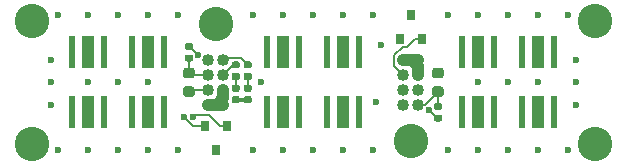
<source format=gbr>
G04 #@! TF.GenerationSoftware,KiCad,Pcbnew,(5.1.4)-1*
G04 #@! TF.CreationDate,2020-07-19T23:42:20-07:00*
G04 #@! TF.ProjectId,SkateLightBackLEDBoard,536b6174-654c-4696-9768-744261636b4c,rev?*
G04 #@! TF.SameCoordinates,Original*
G04 #@! TF.FileFunction,Copper,L1,Top*
G04 #@! TF.FilePolarity,Positive*
%FSLAX46Y46*%
G04 Gerber Fmt 4.6, Leading zero omitted, Abs format (unit mm)*
G04 Created by KiCad (PCBNEW (5.1.4)-1) date 2020-07-19 23:42:20*
%MOMM*%
%LPD*%
G04 APERTURE LIST*
%ADD10R,0.500000X2.700000*%
%ADD11R,1.000000X2.700000*%
%ADD12C,0.100000*%
%ADD13C,0.590000*%
%ADD14C,0.875000*%
%ADD15R,0.800000X0.900000*%
%ADD16C,1.016000*%
%ADD17C,2.921000*%
%ADD18C,0.600000*%
%ADD19C,0.200000*%
%ADD20C,0.500000*%
%ADD21C,0.350000*%
%ADD22C,1.000000*%
G04 APERTURE END LIST*
D10*
X-20400000Y2540000D03*
X-17700000Y2540000D03*
D11*
X-19050000Y2540000D03*
D12*
G36*
X10727958Y-2730710D02*
G01*
X10742276Y-2732834D01*
X10756317Y-2736351D01*
X10769946Y-2741228D01*
X10783031Y-2747417D01*
X10795447Y-2754858D01*
X10807073Y-2763481D01*
X10817798Y-2773202D01*
X10827519Y-2783927D01*
X10836142Y-2795553D01*
X10843583Y-2807969D01*
X10849772Y-2821054D01*
X10854649Y-2834683D01*
X10858166Y-2848724D01*
X10860290Y-2863042D01*
X10861000Y-2877500D01*
X10861000Y-3172500D01*
X10860290Y-3186958D01*
X10858166Y-3201276D01*
X10854649Y-3215317D01*
X10849772Y-3228946D01*
X10843583Y-3242031D01*
X10836142Y-3254447D01*
X10827519Y-3266073D01*
X10817798Y-3276798D01*
X10807073Y-3286519D01*
X10795447Y-3295142D01*
X10783031Y-3302583D01*
X10769946Y-3308772D01*
X10756317Y-3313649D01*
X10742276Y-3317166D01*
X10727958Y-3319290D01*
X10713500Y-3320000D01*
X10368500Y-3320000D01*
X10354042Y-3319290D01*
X10339724Y-3317166D01*
X10325683Y-3313649D01*
X10312054Y-3308772D01*
X10298969Y-3302583D01*
X10286553Y-3295142D01*
X10274927Y-3286519D01*
X10264202Y-3276798D01*
X10254481Y-3266073D01*
X10245858Y-3254447D01*
X10238417Y-3242031D01*
X10232228Y-3228946D01*
X10227351Y-3215317D01*
X10223834Y-3201276D01*
X10221710Y-3186958D01*
X10221000Y-3172500D01*
X10221000Y-2877500D01*
X10221710Y-2863042D01*
X10223834Y-2848724D01*
X10227351Y-2834683D01*
X10232228Y-2821054D01*
X10238417Y-2807969D01*
X10245858Y-2795553D01*
X10254481Y-2783927D01*
X10264202Y-2773202D01*
X10274927Y-2763481D01*
X10286553Y-2754858D01*
X10298969Y-2747417D01*
X10312054Y-2741228D01*
X10325683Y-2736351D01*
X10339724Y-2732834D01*
X10354042Y-2730710D01*
X10368500Y-2730000D01*
X10713500Y-2730000D01*
X10727958Y-2730710D01*
X10727958Y-2730710D01*
G37*
D13*
X10541000Y-3025000D03*
D12*
G36*
X10727958Y-1760710D02*
G01*
X10742276Y-1762834D01*
X10756317Y-1766351D01*
X10769946Y-1771228D01*
X10783031Y-1777417D01*
X10795447Y-1784858D01*
X10807073Y-1793481D01*
X10817798Y-1803202D01*
X10827519Y-1813927D01*
X10836142Y-1825553D01*
X10843583Y-1837969D01*
X10849772Y-1851054D01*
X10854649Y-1864683D01*
X10858166Y-1878724D01*
X10860290Y-1893042D01*
X10861000Y-1907500D01*
X10861000Y-2202500D01*
X10860290Y-2216958D01*
X10858166Y-2231276D01*
X10854649Y-2245317D01*
X10849772Y-2258946D01*
X10843583Y-2272031D01*
X10836142Y-2284447D01*
X10827519Y-2296073D01*
X10817798Y-2306798D01*
X10807073Y-2316519D01*
X10795447Y-2325142D01*
X10783031Y-2332583D01*
X10769946Y-2338772D01*
X10756317Y-2343649D01*
X10742276Y-2347166D01*
X10727958Y-2349290D01*
X10713500Y-2350000D01*
X10368500Y-2350000D01*
X10354042Y-2349290D01*
X10339724Y-2347166D01*
X10325683Y-2343649D01*
X10312054Y-2338772D01*
X10298969Y-2332583D01*
X10286553Y-2325142D01*
X10274927Y-2316519D01*
X10264202Y-2306798D01*
X10254481Y-2296073D01*
X10245858Y-2284447D01*
X10238417Y-2272031D01*
X10232228Y-2258946D01*
X10227351Y-2245317D01*
X10223834Y-2231276D01*
X10221710Y-2216958D01*
X10221000Y-2202500D01*
X10221000Y-1907500D01*
X10221710Y-1893042D01*
X10223834Y-1878724D01*
X10227351Y-1864683D01*
X10232228Y-1851054D01*
X10238417Y-1837969D01*
X10245858Y-1825553D01*
X10254481Y-1813927D01*
X10264202Y-1803202D01*
X10274927Y-1793481D01*
X10286553Y-1784858D01*
X10298969Y-1777417D01*
X10312054Y-1771228D01*
X10325683Y-1766351D01*
X10339724Y-1762834D01*
X10354042Y-1760710D01*
X10368500Y-1760000D01*
X10713500Y-1760000D01*
X10727958Y-1760710D01*
X10727958Y-1760710D01*
G37*
D13*
X10541000Y-2055000D03*
D12*
G36*
X10818691Y-351053D02*
G01*
X10839926Y-354203D01*
X10860750Y-359419D01*
X10880962Y-366651D01*
X10900368Y-375830D01*
X10918781Y-386866D01*
X10936024Y-399654D01*
X10951930Y-414070D01*
X10966346Y-429976D01*
X10979134Y-447219D01*
X10990170Y-465632D01*
X10999349Y-485038D01*
X11006581Y-505250D01*
X11011797Y-526074D01*
X11014947Y-547309D01*
X11016000Y-568750D01*
X11016000Y-1006250D01*
X11014947Y-1027691D01*
X11011797Y-1048926D01*
X11006581Y-1069750D01*
X10999349Y-1089962D01*
X10990170Y-1109368D01*
X10979134Y-1127781D01*
X10966346Y-1145024D01*
X10951930Y-1160930D01*
X10936024Y-1175346D01*
X10918781Y-1188134D01*
X10900368Y-1199170D01*
X10880962Y-1208349D01*
X10860750Y-1215581D01*
X10839926Y-1220797D01*
X10818691Y-1223947D01*
X10797250Y-1225000D01*
X10284750Y-1225000D01*
X10263309Y-1223947D01*
X10242074Y-1220797D01*
X10221250Y-1215581D01*
X10201038Y-1208349D01*
X10181632Y-1199170D01*
X10163219Y-1188134D01*
X10145976Y-1175346D01*
X10130070Y-1160930D01*
X10115654Y-1145024D01*
X10102866Y-1127781D01*
X10091830Y-1109368D01*
X10082651Y-1089962D01*
X10075419Y-1069750D01*
X10070203Y-1048926D01*
X10067053Y-1027691D01*
X10066000Y-1006250D01*
X10066000Y-568750D01*
X10067053Y-547309D01*
X10070203Y-526074D01*
X10075419Y-505250D01*
X10082651Y-485038D01*
X10091830Y-465632D01*
X10102866Y-447219D01*
X10115654Y-429976D01*
X10130070Y-414070D01*
X10145976Y-399654D01*
X10163219Y-386866D01*
X10181632Y-375830D01*
X10201038Y-366651D01*
X10221250Y-359419D01*
X10242074Y-354203D01*
X10263309Y-351053D01*
X10284750Y-350000D01*
X10797250Y-350000D01*
X10818691Y-351053D01*
X10818691Y-351053D01*
G37*
D14*
X10541000Y-787500D03*
D12*
G36*
X10818691Y1223947D02*
G01*
X10839926Y1220797D01*
X10860750Y1215581D01*
X10880962Y1208349D01*
X10900368Y1199170D01*
X10918781Y1188134D01*
X10936024Y1175346D01*
X10951930Y1160930D01*
X10966346Y1145024D01*
X10979134Y1127781D01*
X10990170Y1109368D01*
X10999349Y1089962D01*
X11006581Y1069750D01*
X11011797Y1048926D01*
X11014947Y1027691D01*
X11016000Y1006250D01*
X11016000Y568750D01*
X11014947Y547309D01*
X11011797Y526074D01*
X11006581Y505250D01*
X10999349Y485038D01*
X10990170Y465632D01*
X10979134Y447219D01*
X10966346Y429976D01*
X10951930Y414070D01*
X10936024Y399654D01*
X10918781Y386866D01*
X10900368Y375830D01*
X10880962Y366651D01*
X10860750Y359419D01*
X10839926Y354203D01*
X10818691Y351053D01*
X10797250Y350000D01*
X10284750Y350000D01*
X10263309Y351053D01*
X10242074Y354203D01*
X10221250Y359419D01*
X10201038Y366651D01*
X10181632Y375830D01*
X10163219Y386866D01*
X10145976Y399654D01*
X10130070Y414070D01*
X10115654Y429976D01*
X10102866Y447219D01*
X10091830Y465632D01*
X10082651Y485038D01*
X10075419Y505250D01*
X10070203Y526074D01*
X10067053Y547309D01*
X10066000Y568750D01*
X10066000Y1006250D01*
X10067053Y1027691D01*
X10070203Y1048926D01*
X10075419Y1069750D01*
X10082651Y1089962D01*
X10091830Y1109368D01*
X10102866Y1127781D01*
X10115654Y1145024D01*
X10130070Y1160930D01*
X10145976Y1175346D01*
X10163219Y1188134D01*
X10181632Y1199170D01*
X10201038Y1208349D01*
X10221250Y1215581D01*
X10242074Y1220797D01*
X10263309Y1223947D01*
X10284750Y1225000D01*
X10797250Y1225000D01*
X10818691Y1223947D01*
X10818691Y1223947D01*
G37*
D14*
X10541000Y787500D03*
D15*
X8255000Y5699000D03*
X9205000Y3699000D03*
X7305000Y3699000D03*
D16*
X7620000Y-1905000D03*
X8890000Y-1905000D03*
X7620000Y-635000D03*
X8890000Y-635000D03*
X7620000Y635000D03*
X8890000Y635000D03*
X7620000Y1905000D03*
X8890000Y1905000D03*
D17*
X8255000Y-4953000D03*
X-8255000Y4953000D03*
D16*
X-8890000Y-1905000D03*
X-7620000Y-1905000D03*
X-8890000Y-635000D03*
X-7620000Y-635000D03*
X-8890000Y635000D03*
X-7620000Y635000D03*
X-8890000Y1905000D03*
X-7620000Y1905000D03*
D17*
X23812500Y5207000D03*
X23812500Y-5207000D03*
X-23812500Y5207000D03*
X-23812500Y-5207000D03*
D15*
X-8255000Y-5699000D03*
X-9205000Y-3699000D03*
X-7305000Y-3699000D03*
D12*
G36*
X-5373702Y1762850D02*
G01*
X-5359384Y1760726D01*
X-5345343Y1757209D01*
X-5331714Y1752332D01*
X-5318629Y1746143D01*
X-5306213Y1738702D01*
X-5294587Y1730079D01*
X-5283862Y1720358D01*
X-5274141Y1709633D01*
X-5265518Y1698007D01*
X-5258077Y1685591D01*
X-5251888Y1672506D01*
X-5247011Y1658877D01*
X-5243494Y1644836D01*
X-5241370Y1630518D01*
X-5240660Y1616060D01*
X-5240660Y1321060D01*
X-5241370Y1306602D01*
X-5243494Y1292284D01*
X-5247011Y1278243D01*
X-5251888Y1264614D01*
X-5258077Y1251529D01*
X-5265518Y1239113D01*
X-5274141Y1227487D01*
X-5283862Y1216762D01*
X-5294587Y1207041D01*
X-5306213Y1198418D01*
X-5318629Y1190977D01*
X-5331714Y1184788D01*
X-5345343Y1179911D01*
X-5359384Y1176394D01*
X-5373702Y1174270D01*
X-5388160Y1173560D01*
X-5733160Y1173560D01*
X-5747618Y1174270D01*
X-5761936Y1176394D01*
X-5775977Y1179911D01*
X-5789606Y1184788D01*
X-5802691Y1190977D01*
X-5815107Y1198418D01*
X-5826733Y1207041D01*
X-5837458Y1216762D01*
X-5847179Y1227487D01*
X-5855802Y1239113D01*
X-5863243Y1251529D01*
X-5869432Y1264614D01*
X-5874309Y1278243D01*
X-5877826Y1292284D01*
X-5879950Y1306602D01*
X-5880660Y1321060D01*
X-5880660Y1616060D01*
X-5879950Y1630518D01*
X-5877826Y1644836D01*
X-5874309Y1658877D01*
X-5869432Y1672506D01*
X-5863243Y1685591D01*
X-5855802Y1698007D01*
X-5847179Y1709633D01*
X-5837458Y1720358D01*
X-5826733Y1730079D01*
X-5815107Y1738702D01*
X-5802691Y1746143D01*
X-5789606Y1752332D01*
X-5775977Y1757209D01*
X-5761936Y1760726D01*
X-5747618Y1762850D01*
X-5733160Y1763560D01*
X-5388160Y1763560D01*
X-5373702Y1762850D01*
X-5373702Y1762850D01*
G37*
D13*
X-5560660Y1468560D03*
D12*
G36*
X-5373702Y792850D02*
G01*
X-5359384Y790726D01*
X-5345343Y787209D01*
X-5331714Y782332D01*
X-5318629Y776143D01*
X-5306213Y768702D01*
X-5294587Y760079D01*
X-5283862Y750358D01*
X-5274141Y739633D01*
X-5265518Y728007D01*
X-5258077Y715591D01*
X-5251888Y702506D01*
X-5247011Y688877D01*
X-5243494Y674836D01*
X-5241370Y660518D01*
X-5240660Y646060D01*
X-5240660Y351060D01*
X-5241370Y336602D01*
X-5243494Y322284D01*
X-5247011Y308243D01*
X-5251888Y294614D01*
X-5258077Y281529D01*
X-5265518Y269113D01*
X-5274141Y257487D01*
X-5283862Y246762D01*
X-5294587Y237041D01*
X-5306213Y228418D01*
X-5318629Y220977D01*
X-5331714Y214788D01*
X-5345343Y209911D01*
X-5359384Y206394D01*
X-5373702Y204270D01*
X-5388160Y203560D01*
X-5733160Y203560D01*
X-5747618Y204270D01*
X-5761936Y206394D01*
X-5775977Y209911D01*
X-5789606Y214788D01*
X-5802691Y220977D01*
X-5815107Y228418D01*
X-5826733Y237041D01*
X-5837458Y246762D01*
X-5847179Y257487D01*
X-5855802Y269113D01*
X-5863243Y281529D01*
X-5869432Y294614D01*
X-5874309Y308243D01*
X-5877826Y322284D01*
X-5879950Y336602D01*
X-5880660Y351060D01*
X-5880660Y646060D01*
X-5879950Y660518D01*
X-5877826Y674836D01*
X-5874309Y688877D01*
X-5869432Y702506D01*
X-5863243Y715591D01*
X-5855802Y728007D01*
X-5847179Y739633D01*
X-5837458Y750358D01*
X-5826733Y760079D01*
X-5815107Y768702D01*
X-5802691Y776143D01*
X-5789606Y782332D01*
X-5775977Y787209D01*
X-5761936Y790726D01*
X-5747618Y792850D01*
X-5733160Y793560D01*
X-5388160Y793560D01*
X-5373702Y792850D01*
X-5373702Y792850D01*
G37*
D13*
X-5560660Y498560D03*
D12*
G36*
X-6389702Y1762850D02*
G01*
X-6375384Y1760726D01*
X-6361343Y1757209D01*
X-6347714Y1752332D01*
X-6334629Y1746143D01*
X-6322213Y1738702D01*
X-6310587Y1730079D01*
X-6299862Y1720358D01*
X-6290141Y1709633D01*
X-6281518Y1698007D01*
X-6274077Y1685591D01*
X-6267888Y1672506D01*
X-6263011Y1658877D01*
X-6259494Y1644836D01*
X-6257370Y1630518D01*
X-6256660Y1616060D01*
X-6256660Y1321060D01*
X-6257370Y1306602D01*
X-6259494Y1292284D01*
X-6263011Y1278243D01*
X-6267888Y1264614D01*
X-6274077Y1251529D01*
X-6281518Y1239113D01*
X-6290141Y1227487D01*
X-6299862Y1216762D01*
X-6310587Y1207041D01*
X-6322213Y1198418D01*
X-6334629Y1190977D01*
X-6347714Y1184788D01*
X-6361343Y1179911D01*
X-6375384Y1176394D01*
X-6389702Y1174270D01*
X-6404160Y1173560D01*
X-6749160Y1173560D01*
X-6763618Y1174270D01*
X-6777936Y1176394D01*
X-6791977Y1179911D01*
X-6805606Y1184788D01*
X-6818691Y1190977D01*
X-6831107Y1198418D01*
X-6842733Y1207041D01*
X-6853458Y1216762D01*
X-6863179Y1227487D01*
X-6871802Y1239113D01*
X-6879243Y1251529D01*
X-6885432Y1264614D01*
X-6890309Y1278243D01*
X-6893826Y1292284D01*
X-6895950Y1306602D01*
X-6896660Y1321060D01*
X-6896660Y1616060D01*
X-6895950Y1630518D01*
X-6893826Y1644836D01*
X-6890309Y1658877D01*
X-6885432Y1672506D01*
X-6879243Y1685591D01*
X-6871802Y1698007D01*
X-6863179Y1709633D01*
X-6853458Y1720358D01*
X-6842733Y1730079D01*
X-6831107Y1738702D01*
X-6818691Y1746143D01*
X-6805606Y1752332D01*
X-6791977Y1757209D01*
X-6777936Y1760726D01*
X-6763618Y1762850D01*
X-6749160Y1763560D01*
X-6404160Y1763560D01*
X-6389702Y1762850D01*
X-6389702Y1762850D01*
G37*
D13*
X-6576660Y1468560D03*
D12*
G36*
X-6389702Y792850D02*
G01*
X-6375384Y790726D01*
X-6361343Y787209D01*
X-6347714Y782332D01*
X-6334629Y776143D01*
X-6322213Y768702D01*
X-6310587Y760079D01*
X-6299862Y750358D01*
X-6290141Y739633D01*
X-6281518Y728007D01*
X-6274077Y715591D01*
X-6267888Y702506D01*
X-6263011Y688877D01*
X-6259494Y674836D01*
X-6257370Y660518D01*
X-6256660Y646060D01*
X-6256660Y351060D01*
X-6257370Y336602D01*
X-6259494Y322284D01*
X-6263011Y308243D01*
X-6267888Y294614D01*
X-6274077Y281529D01*
X-6281518Y269113D01*
X-6290141Y257487D01*
X-6299862Y246762D01*
X-6310587Y237041D01*
X-6322213Y228418D01*
X-6334629Y220977D01*
X-6347714Y214788D01*
X-6361343Y209911D01*
X-6375384Y206394D01*
X-6389702Y204270D01*
X-6404160Y203560D01*
X-6749160Y203560D01*
X-6763618Y204270D01*
X-6777936Y206394D01*
X-6791977Y209911D01*
X-6805606Y214788D01*
X-6818691Y220977D01*
X-6831107Y228418D01*
X-6842733Y237041D01*
X-6853458Y246762D01*
X-6863179Y257487D01*
X-6871802Y269113D01*
X-6879243Y281529D01*
X-6885432Y294614D01*
X-6890309Y308243D01*
X-6893826Y322284D01*
X-6895950Y336602D01*
X-6896660Y351060D01*
X-6896660Y646060D01*
X-6895950Y660518D01*
X-6893826Y674836D01*
X-6890309Y688877D01*
X-6885432Y702506D01*
X-6879243Y715591D01*
X-6871802Y728007D01*
X-6863179Y739633D01*
X-6853458Y750358D01*
X-6842733Y760079D01*
X-6831107Y768702D01*
X-6818691Y776143D01*
X-6805606Y782332D01*
X-6791977Y787209D01*
X-6777936Y790726D01*
X-6763618Y792850D01*
X-6749160Y793560D01*
X-6404160Y793560D01*
X-6389702Y792850D01*
X-6389702Y792850D01*
G37*
D13*
X-6576660Y498560D03*
D12*
G36*
X-10263309Y1223947D02*
G01*
X-10242074Y1220797D01*
X-10221250Y1215581D01*
X-10201038Y1208349D01*
X-10181632Y1199170D01*
X-10163219Y1188134D01*
X-10145976Y1175346D01*
X-10130070Y1160930D01*
X-10115654Y1145024D01*
X-10102866Y1127781D01*
X-10091830Y1109368D01*
X-10082651Y1089962D01*
X-10075419Y1069750D01*
X-10070203Y1048926D01*
X-10067053Y1027691D01*
X-10066000Y1006250D01*
X-10066000Y568750D01*
X-10067053Y547309D01*
X-10070203Y526074D01*
X-10075419Y505250D01*
X-10082651Y485038D01*
X-10091830Y465632D01*
X-10102866Y447219D01*
X-10115654Y429976D01*
X-10130070Y414070D01*
X-10145976Y399654D01*
X-10163219Y386866D01*
X-10181632Y375830D01*
X-10201038Y366651D01*
X-10221250Y359419D01*
X-10242074Y354203D01*
X-10263309Y351053D01*
X-10284750Y350000D01*
X-10797250Y350000D01*
X-10818691Y351053D01*
X-10839926Y354203D01*
X-10860750Y359419D01*
X-10880962Y366651D01*
X-10900368Y375830D01*
X-10918781Y386866D01*
X-10936024Y399654D01*
X-10951930Y414070D01*
X-10966346Y429976D01*
X-10979134Y447219D01*
X-10990170Y465632D01*
X-10999349Y485038D01*
X-11006581Y505250D01*
X-11011797Y526074D01*
X-11014947Y547309D01*
X-11016000Y568750D01*
X-11016000Y1006250D01*
X-11014947Y1027691D01*
X-11011797Y1048926D01*
X-11006581Y1069750D01*
X-10999349Y1089962D01*
X-10990170Y1109368D01*
X-10979134Y1127781D01*
X-10966346Y1145024D01*
X-10951930Y1160930D01*
X-10936024Y1175346D01*
X-10918781Y1188134D01*
X-10900368Y1199170D01*
X-10880962Y1208349D01*
X-10860750Y1215581D01*
X-10839926Y1220797D01*
X-10818691Y1223947D01*
X-10797250Y1225000D01*
X-10284750Y1225000D01*
X-10263309Y1223947D01*
X-10263309Y1223947D01*
G37*
D14*
X-10541000Y787500D03*
D12*
G36*
X-10263309Y-351053D02*
G01*
X-10242074Y-354203D01*
X-10221250Y-359419D01*
X-10201038Y-366651D01*
X-10181632Y-375830D01*
X-10163219Y-386866D01*
X-10145976Y-399654D01*
X-10130070Y-414070D01*
X-10115654Y-429976D01*
X-10102866Y-447219D01*
X-10091830Y-465632D01*
X-10082651Y-485038D01*
X-10075419Y-505250D01*
X-10070203Y-526074D01*
X-10067053Y-547309D01*
X-10066000Y-568750D01*
X-10066000Y-1006250D01*
X-10067053Y-1027691D01*
X-10070203Y-1048926D01*
X-10075419Y-1069750D01*
X-10082651Y-1089962D01*
X-10091830Y-1109368D01*
X-10102866Y-1127781D01*
X-10115654Y-1145024D01*
X-10130070Y-1160930D01*
X-10145976Y-1175346D01*
X-10163219Y-1188134D01*
X-10181632Y-1199170D01*
X-10201038Y-1208349D01*
X-10221250Y-1215581D01*
X-10242074Y-1220797D01*
X-10263309Y-1223947D01*
X-10284750Y-1225000D01*
X-10797250Y-1225000D01*
X-10818691Y-1223947D01*
X-10839926Y-1220797D01*
X-10860750Y-1215581D01*
X-10880962Y-1208349D01*
X-10900368Y-1199170D01*
X-10918781Y-1188134D01*
X-10936024Y-1175346D01*
X-10951930Y-1160930D01*
X-10966346Y-1145024D01*
X-10979134Y-1127781D01*
X-10990170Y-1109368D01*
X-10999349Y-1089962D01*
X-11006581Y-1069750D01*
X-11011797Y-1048926D01*
X-11014947Y-1027691D01*
X-11016000Y-1006250D01*
X-11016000Y-568750D01*
X-11014947Y-547309D01*
X-11011797Y-526074D01*
X-11006581Y-505250D01*
X-10999349Y-485038D01*
X-10990170Y-465632D01*
X-10979134Y-447219D01*
X-10966346Y-429976D01*
X-10951930Y-414070D01*
X-10936024Y-399654D01*
X-10918781Y-386866D01*
X-10900368Y-375830D01*
X-10880962Y-366651D01*
X-10860750Y-359419D01*
X-10839926Y-354203D01*
X-10818691Y-351053D01*
X-10797250Y-350000D01*
X-10284750Y-350000D01*
X-10263309Y-351053D01*
X-10263309Y-351053D01*
G37*
D14*
X-10541000Y-787500D03*
D12*
G36*
X-10354042Y3319290D02*
G01*
X-10339724Y3317166D01*
X-10325683Y3313649D01*
X-10312054Y3308772D01*
X-10298969Y3302583D01*
X-10286553Y3295142D01*
X-10274927Y3286519D01*
X-10264202Y3276798D01*
X-10254481Y3266073D01*
X-10245858Y3254447D01*
X-10238417Y3242031D01*
X-10232228Y3228946D01*
X-10227351Y3215317D01*
X-10223834Y3201276D01*
X-10221710Y3186958D01*
X-10221000Y3172500D01*
X-10221000Y2877500D01*
X-10221710Y2863042D01*
X-10223834Y2848724D01*
X-10227351Y2834683D01*
X-10232228Y2821054D01*
X-10238417Y2807969D01*
X-10245858Y2795553D01*
X-10254481Y2783927D01*
X-10264202Y2773202D01*
X-10274927Y2763481D01*
X-10286553Y2754858D01*
X-10298969Y2747417D01*
X-10312054Y2741228D01*
X-10325683Y2736351D01*
X-10339724Y2732834D01*
X-10354042Y2730710D01*
X-10368500Y2730000D01*
X-10713500Y2730000D01*
X-10727958Y2730710D01*
X-10742276Y2732834D01*
X-10756317Y2736351D01*
X-10769946Y2741228D01*
X-10783031Y2747417D01*
X-10795447Y2754858D01*
X-10807073Y2763481D01*
X-10817798Y2773202D01*
X-10827519Y2783927D01*
X-10836142Y2795553D01*
X-10843583Y2807969D01*
X-10849772Y2821054D01*
X-10854649Y2834683D01*
X-10858166Y2848724D01*
X-10860290Y2863042D01*
X-10861000Y2877500D01*
X-10861000Y3172500D01*
X-10860290Y3186958D01*
X-10858166Y3201276D01*
X-10854649Y3215317D01*
X-10849772Y3228946D01*
X-10843583Y3242031D01*
X-10836142Y3254447D01*
X-10827519Y3266073D01*
X-10817798Y3276798D01*
X-10807073Y3286519D01*
X-10795447Y3295142D01*
X-10783031Y3302583D01*
X-10769946Y3308772D01*
X-10756317Y3313649D01*
X-10742276Y3317166D01*
X-10727958Y3319290D01*
X-10713500Y3320000D01*
X-10368500Y3320000D01*
X-10354042Y3319290D01*
X-10354042Y3319290D01*
G37*
D13*
X-10541000Y3025000D03*
D12*
G36*
X-10354042Y2349290D02*
G01*
X-10339724Y2347166D01*
X-10325683Y2343649D01*
X-10312054Y2338772D01*
X-10298969Y2332583D01*
X-10286553Y2325142D01*
X-10274927Y2316519D01*
X-10264202Y2306798D01*
X-10254481Y2296073D01*
X-10245858Y2284447D01*
X-10238417Y2272031D01*
X-10232228Y2258946D01*
X-10227351Y2245317D01*
X-10223834Y2231276D01*
X-10221710Y2216958D01*
X-10221000Y2202500D01*
X-10221000Y1907500D01*
X-10221710Y1893042D01*
X-10223834Y1878724D01*
X-10227351Y1864683D01*
X-10232228Y1851054D01*
X-10238417Y1837969D01*
X-10245858Y1825553D01*
X-10254481Y1813927D01*
X-10264202Y1803202D01*
X-10274927Y1793481D01*
X-10286553Y1784858D01*
X-10298969Y1777417D01*
X-10312054Y1771228D01*
X-10325683Y1766351D01*
X-10339724Y1762834D01*
X-10354042Y1760710D01*
X-10368500Y1760000D01*
X-10713500Y1760000D01*
X-10727958Y1760710D01*
X-10742276Y1762834D01*
X-10756317Y1766351D01*
X-10769946Y1771228D01*
X-10783031Y1777417D01*
X-10795447Y1784858D01*
X-10807073Y1793481D01*
X-10817798Y1803202D01*
X-10827519Y1813927D01*
X-10836142Y1825553D01*
X-10843583Y1837969D01*
X-10849772Y1851054D01*
X-10854649Y1864683D01*
X-10858166Y1878724D01*
X-10860290Y1893042D01*
X-10861000Y1907500D01*
X-10861000Y2202500D01*
X-10860290Y2216958D01*
X-10858166Y2231276D01*
X-10854649Y2245317D01*
X-10849772Y2258946D01*
X-10843583Y2272031D01*
X-10836142Y2284447D01*
X-10827519Y2296073D01*
X-10817798Y2306798D01*
X-10807073Y2316519D01*
X-10795447Y2325142D01*
X-10783031Y2332583D01*
X-10769946Y2338772D01*
X-10756317Y2343649D01*
X-10742276Y2347166D01*
X-10727958Y2349290D01*
X-10713500Y2350000D01*
X-10368500Y2350000D01*
X-10354042Y2349290D01*
X-10354042Y2349290D01*
G37*
D13*
X-10541000Y2055000D03*
D12*
G36*
X-5373702Y-1175650D02*
G01*
X-5359384Y-1177774D01*
X-5345343Y-1181291D01*
X-5331714Y-1186168D01*
X-5318629Y-1192357D01*
X-5306213Y-1199798D01*
X-5294587Y-1208421D01*
X-5283862Y-1218142D01*
X-5274141Y-1228867D01*
X-5265518Y-1240493D01*
X-5258077Y-1252909D01*
X-5251888Y-1265994D01*
X-5247011Y-1279623D01*
X-5243494Y-1293664D01*
X-5241370Y-1307982D01*
X-5240660Y-1322440D01*
X-5240660Y-1617440D01*
X-5241370Y-1631898D01*
X-5243494Y-1646216D01*
X-5247011Y-1660257D01*
X-5251888Y-1673886D01*
X-5258077Y-1686971D01*
X-5265518Y-1699387D01*
X-5274141Y-1711013D01*
X-5283862Y-1721738D01*
X-5294587Y-1731459D01*
X-5306213Y-1740082D01*
X-5318629Y-1747523D01*
X-5331714Y-1753712D01*
X-5345343Y-1758589D01*
X-5359384Y-1762106D01*
X-5373702Y-1764230D01*
X-5388160Y-1764940D01*
X-5733160Y-1764940D01*
X-5747618Y-1764230D01*
X-5761936Y-1762106D01*
X-5775977Y-1758589D01*
X-5789606Y-1753712D01*
X-5802691Y-1747523D01*
X-5815107Y-1740082D01*
X-5826733Y-1731459D01*
X-5837458Y-1721738D01*
X-5847179Y-1711013D01*
X-5855802Y-1699387D01*
X-5863243Y-1686971D01*
X-5869432Y-1673886D01*
X-5874309Y-1660257D01*
X-5877826Y-1646216D01*
X-5879950Y-1631898D01*
X-5880660Y-1617440D01*
X-5880660Y-1322440D01*
X-5879950Y-1307982D01*
X-5877826Y-1293664D01*
X-5874309Y-1279623D01*
X-5869432Y-1265994D01*
X-5863243Y-1252909D01*
X-5855802Y-1240493D01*
X-5847179Y-1228867D01*
X-5837458Y-1218142D01*
X-5826733Y-1208421D01*
X-5815107Y-1199798D01*
X-5802691Y-1192357D01*
X-5789606Y-1186168D01*
X-5775977Y-1181291D01*
X-5761936Y-1177774D01*
X-5747618Y-1175650D01*
X-5733160Y-1174940D01*
X-5388160Y-1174940D01*
X-5373702Y-1175650D01*
X-5373702Y-1175650D01*
G37*
D13*
X-5560660Y-1469940D03*
D12*
G36*
X-5373702Y-205650D02*
G01*
X-5359384Y-207774D01*
X-5345343Y-211291D01*
X-5331714Y-216168D01*
X-5318629Y-222357D01*
X-5306213Y-229798D01*
X-5294587Y-238421D01*
X-5283862Y-248142D01*
X-5274141Y-258867D01*
X-5265518Y-270493D01*
X-5258077Y-282909D01*
X-5251888Y-295994D01*
X-5247011Y-309623D01*
X-5243494Y-323664D01*
X-5241370Y-337982D01*
X-5240660Y-352440D01*
X-5240660Y-647440D01*
X-5241370Y-661898D01*
X-5243494Y-676216D01*
X-5247011Y-690257D01*
X-5251888Y-703886D01*
X-5258077Y-716971D01*
X-5265518Y-729387D01*
X-5274141Y-741013D01*
X-5283862Y-751738D01*
X-5294587Y-761459D01*
X-5306213Y-770082D01*
X-5318629Y-777523D01*
X-5331714Y-783712D01*
X-5345343Y-788589D01*
X-5359384Y-792106D01*
X-5373702Y-794230D01*
X-5388160Y-794940D01*
X-5733160Y-794940D01*
X-5747618Y-794230D01*
X-5761936Y-792106D01*
X-5775977Y-788589D01*
X-5789606Y-783712D01*
X-5802691Y-777523D01*
X-5815107Y-770082D01*
X-5826733Y-761459D01*
X-5837458Y-751738D01*
X-5847179Y-741013D01*
X-5855802Y-729387D01*
X-5863243Y-716971D01*
X-5869432Y-703886D01*
X-5874309Y-690257D01*
X-5877826Y-676216D01*
X-5879950Y-661898D01*
X-5880660Y-647440D01*
X-5880660Y-352440D01*
X-5879950Y-337982D01*
X-5877826Y-323664D01*
X-5874309Y-309623D01*
X-5869432Y-295994D01*
X-5863243Y-282909D01*
X-5855802Y-270493D01*
X-5847179Y-258867D01*
X-5837458Y-248142D01*
X-5826733Y-238421D01*
X-5815107Y-229798D01*
X-5802691Y-222357D01*
X-5789606Y-216168D01*
X-5775977Y-211291D01*
X-5761936Y-207774D01*
X-5747618Y-205650D01*
X-5733160Y-204940D01*
X-5388160Y-204940D01*
X-5373702Y-205650D01*
X-5373702Y-205650D01*
G37*
D13*
X-5560660Y-499940D03*
D12*
G36*
X-6389702Y-1175650D02*
G01*
X-6375384Y-1177774D01*
X-6361343Y-1181291D01*
X-6347714Y-1186168D01*
X-6334629Y-1192357D01*
X-6322213Y-1199798D01*
X-6310587Y-1208421D01*
X-6299862Y-1218142D01*
X-6290141Y-1228867D01*
X-6281518Y-1240493D01*
X-6274077Y-1252909D01*
X-6267888Y-1265994D01*
X-6263011Y-1279623D01*
X-6259494Y-1293664D01*
X-6257370Y-1307982D01*
X-6256660Y-1322440D01*
X-6256660Y-1617440D01*
X-6257370Y-1631898D01*
X-6259494Y-1646216D01*
X-6263011Y-1660257D01*
X-6267888Y-1673886D01*
X-6274077Y-1686971D01*
X-6281518Y-1699387D01*
X-6290141Y-1711013D01*
X-6299862Y-1721738D01*
X-6310587Y-1731459D01*
X-6322213Y-1740082D01*
X-6334629Y-1747523D01*
X-6347714Y-1753712D01*
X-6361343Y-1758589D01*
X-6375384Y-1762106D01*
X-6389702Y-1764230D01*
X-6404160Y-1764940D01*
X-6749160Y-1764940D01*
X-6763618Y-1764230D01*
X-6777936Y-1762106D01*
X-6791977Y-1758589D01*
X-6805606Y-1753712D01*
X-6818691Y-1747523D01*
X-6831107Y-1740082D01*
X-6842733Y-1731459D01*
X-6853458Y-1721738D01*
X-6863179Y-1711013D01*
X-6871802Y-1699387D01*
X-6879243Y-1686971D01*
X-6885432Y-1673886D01*
X-6890309Y-1660257D01*
X-6893826Y-1646216D01*
X-6895950Y-1631898D01*
X-6896660Y-1617440D01*
X-6896660Y-1322440D01*
X-6895950Y-1307982D01*
X-6893826Y-1293664D01*
X-6890309Y-1279623D01*
X-6885432Y-1265994D01*
X-6879243Y-1252909D01*
X-6871802Y-1240493D01*
X-6863179Y-1228867D01*
X-6853458Y-1218142D01*
X-6842733Y-1208421D01*
X-6831107Y-1199798D01*
X-6818691Y-1192357D01*
X-6805606Y-1186168D01*
X-6791977Y-1181291D01*
X-6777936Y-1177774D01*
X-6763618Y-1175650D01*
X-6749160Y-1174940D01*
X-6404160Y-1174940D01*
X-6389702Y-1175650D01*
X-6389702Y-1175650D01*
G37*
D13*
X-6576660Y-1469940D03*
D12*
G36*
X-6389702Y-205650D02*
G01*
X-6375384Y-207774D01*
X-6361343Y-211291D01*
X-6347714Y-216168D01*
X-6334629Y-222357D01*
X-6322213Y-229798D01*
X-6310587Y-238421D01*
X-6299862Y-248142D01*
X-6290141Y-258867D01*
X-6281518Y-270493D01*
X-6274077Y-282909D01*
X-6267888Y-295994D01*
X-6263011Y-309623D01*
X-6259494Y-323664D01*
X-6257370Y-337982D01*
X-6256660Y-352440D01*
X-6256660Y-647440D01*
X-6257370Y-661898D01*
X-6259494Y-676216D01*
X-6263011Y-690257D01*
X-6267888Y-703886D01*
X-6274077Y-716971D01*
X-6281518Y-729387D01*
X-6290141Y-741013D01*
X-6299862Y-751738D01*
X-6310587Y-761459D01*
X-6322213Y-770082D01*
X-6334629Y-777523D01*
X-6347714Y-783712D01*
X-6361343Y-788589D01*
X-6375384Y-792106D01*
X-6389702Y-794230D01*
X-6404160Y-794940D01*
X-6749160Y-794940D01*
X-6763618Y-794230D01*
X-6777936Y-792106D01*
X-6791977Y-788589D01*
X-6805606Y-783712D01*
X-6818691Y-777523D01*
X-6831107Y-770082D01*
X-6842733Y-761459D01*
X-6853458Y-751738D01*
X-6863179Y-741013D01*
X-6871802Y-729387D01*
X-6879243Y-716971D01*
X-6885432Y-703886D01*
X-6890309Y-690257D01*
X-6893826Y-676216D01*
X-6895950Y-661898D01*
X-6896660Y-647440D01*
X-6896660Y-352440D01*
X-6895950Y-337982D01*
X-6893826Y-323664D01*
X-6890309Y-309623D01*
X-6885432Y-295994D01*
X-6879243Y-282909D01*
X-6871802Y-270493D01*
X-6863179Y-258867D01*
X-6853458Y-248142D01*
X-6842733Y-238421D01*
X-6831107Y-229798D01*
X-6818691Y-222357D01*
X-6805606Y-216168D01*
X-6791977Y-211291D01*
X-6777936Y-207774D01*
X-6763618Y-205650D01*
X-6749160Y-204940D01*
X-6404160Y-204940D01*
X-6389702Y-205650D01*
X-6389702Y-205650D01*
G37*
D13*
X-6576660Y-499940D03*
D11*
X-13970000Y-2540000D03*
D10*
X-15320000Y-2540000D03*
X-12620000Y-2540000D03*
X-17700000Y-2540000D03*
X-20400000Y-2540000D03*
D11*
X-19050000Y-2540000D03*
X-13970000Y2540000D03*
D10*
X-12620000Y2540000D03*
X-15320000Y2540000D03*
D11*
X-2540000Y2540000D03*
D10*
X-1190000Y2540000D03*
X-3890000Y2540000D03*
X1190000Y2540000D03*
X3890000Y2540000D03*
D11*
X2540000Y2540000D03*
X-2540000Y-2540000D03*
D10*
X-1190000Y-2540000D03*
X-3890000Y-2540000D03*
D11*
X2540000Y-2540000D03*
D10*
X3890000Y-2540000D03*
X1190000Y-2540000D03*
X12620000Y-2540000D03*
X15320000Y-2540000D03*
D11*
X13970000Y-2540000D03*
D10*
X17700000Y-2540000D03*
X20400000Y-2540000D03*
D11*
X19050000Y-2540000D03*
X19050000Y2540000D03*
D10*
X17700000Y2540000D03*
X20400000Y2540000D03*
X15320000Y2540000D03*
X12620000Y2540000D03*
D11*
X13970000Y2540000D03*
D18*
X-8255000Y-5715000D03*
X8255000Y5715000D03*
X-19050000Y5715000D03*
X-19050000Y-5715000D03*
X-13970000Y-5715000D03*
X-2540000Y-5715000D03*
X2540000Y-5715000D03*
X-2540000Y5715000D03*
X2540000Y5715000D03*
X13970000Y5715000D03*
X19050000Y5715000D03*
X19050000Y-5715000D03*
X13970000Y-5715000D03*
X-13970000Y5715000D03*
X-19050000Y0D03*
X-13970000Y0D03*
X13970000Y0D03*
X19050000Y0D03*
X22225000Y0D03*
X-22225000Y0D03*
X16510000Y5715000D03*
X11430000Y5715000D03*
X5080000Y5715000D03*
X0Y5715000D03*
X-5080000Y5715000D03*
X-11430000Y5715000D03*
X-16510000Y5715000D03*
X-21590000Y5715000D03*
X-21590000Y-5715000D03*
X-16510000Y-5715000D03*
X-11430000Y-5715000D03*
X0Y-5715000D03*
X5080000Y-5715000D03*
X11430000Y-5715000D03*
X16510000Y-5715000D03*
X21590000Y-5715000D03*
X21590000Y5715000D03*
X-13970000Y-3556000D03*
X-13970000Y-1524000D03*
X-19050000Y-3556000D03*
X-19050000Y-1524000D03*
X-19050000Y3556000D03*
X-19050000Y1524000D03*
X-13970000Y3556000D03*
X-13970000Y1524000D03*
X-16510000Y0D03*
X-22225000Y1905000D03*
X-22225000Y-1905000D03*
X-2540000Y3556000D03*
X-2540000Y1524000D03*
X-2540000Y-3556000D03*
X-2540000Y-1524000D03*
X2540000Y-3556000D03*
X2540000Y-1524000D03*
X2540000Y1524000D03*
X2540000Y3556000D03*
X5715000Y3175000D03*
X13970000Y3556000D03*
X13970000Y1524000D03*
X13970000Y-1524000D03*
X13970000Y-3556000D03*
X19050000Y-3556000D03*
X19050000Y-1524000D03*
X16510000Y0D03*
X19050000Y1524000D03*
X19050000Y3556000D03*
X22225000Y1905000D03*
X22225000Y-1905000D03*
X-4445000Y0D03*
X5334000Y-1651000D03*
X9781540Y-2372360D03*
X-9743440Y2352040D03*
X-19050000Y2540000D03*
X-13970000Y2540000D03*
X-19050000Y-2540000D03*
X-13970000Y-2540000D03*
X-2540000Y-2540000D03*
X2540000Y-2540000D03*
X-2540000Y2540000D03*
X2540000Y2540000D03*
X-5080000Y-5715000D03*
X13970000Y2540000D03*
X19050000Y2540000D03*
X13970000Y-2540000D03*
X19050000Y-2540000D03*
X-10970000Y-2900000D03*
X-10180000Y-2900000D03*
X10541000Y787500D03*
X7305000Y3699000D03*
D19*
X-8890000Y635000D02*
X-10388500Y635000D01*
X-10388500Y635000D02*
X-10541000Y787500D01*
X-10541000Y787500D02*
X-10541000Y2055000D01*
X10541000Y-1469000D02*
X10541000Y-2055000D01*
X10541000Y-787500D02*
X10541000Y-1469000D01*
X9423500Y-1905000D02*
X8890000Y-1905000D01*
X10541000Y-787500D02*
X9423500Y-1905000D01*
D20*
X23812500Y5207000D02*
X22994099Y6025401D01*
D19*
X9042500Y-787500D02*
X8890000Y-635000D01*
X10434180Y-3025000D02*
X9781540Y-2372360D01*
X10541000Y-3025000D02*
X10434180Y-3025000D01*
X-10416400Y3025000D02*
X-9743440Y2352040D01*
X-10541000Y3025000D02*
X-10416400Y3025000D01*
D21*
X-6576660Y-1469940D02*
X-5560660Y-1469940D01*
D19*
X-9205000Y-3699000D02*
X-10171000Y-3699000D01*
X-10171000Y-3699000D02*
X-10970000Y-2900000D01*
X8605000Y3699000D02*
X9205000Y3699000D01*
X7902599Y2996599D02*
X8605000Y3699000D01*
X7586205Y2996599D02*
X7902599Y2996599D01*
X6859599Y2269993D02*
X7586205Y2996599D01*
X6859599Y1395401D02*
X6859599Y2269993D01*
X7620000Y635000D02*
X6859599Y1395401D01*
D22*
X8890000Y1353420D02*
X8890000Y635000D01*
X8338420Y1905000D02*
X8890000Y1353420D01*
X7620000Y1905000D02*
X8338420Y1905000D01*
X7620000Y1905000D02*
X8890000Y1905000D01*
D19*
X-6786440Y1468560D02*
X-7620000Y635000D01*
X-6576660Y1468560D02*
X-6786440Y1468560D01*
X-7620000Y1905000D02*
X-7485000Y2040000D01*
X-6132100Y2040000D02*
X-5560660Y1468560D01*
X-7485000Y2040000D02*
X-6132100Y2040000D01*
D22*
X-8890000Y-1905000D02*
X-7620000Y-1905000D01*
X-8171580Y-1905000D02*
X-8890000Y-1905000D01*
X-7620000Y-1353420D02*
X-8171580Y-1905000D01*
X-7620000Y-635000D02*
X-7620000Y-1353420D01*
D19*
X-7905000Y-3699000D02*
X-8804000Y-2800000D01*
X-8804000Y-2800000D02*
X-10080000Y-2800000D01*
X-10080000Y-2800000D02*
X-10180000Y-2900000D01*
X-7305000Y-3699000D02*
X-7905000Y-3699000D01*
X-10388500Y-635000D02*
X-10541000Y-787500D01*
X-8890000Y-635000D02*
X-10388500Y-635000D01*
X-5560660Y498560D02*
X-5560660Y-499940D01*
X-6576660Y498560D02*
X-6576660Y-499940D01*
M02*

</source>
